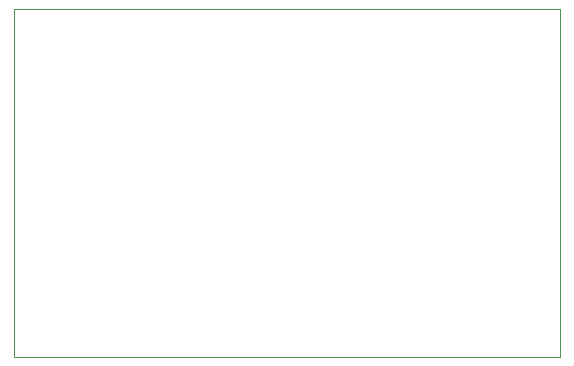
<source format=gbr>
G04 (created by PCBNEW (2013-05-31 BZR 4019)-stable) date 24.10.2013 17:05:54*
%MOIN*%
G04 Gerber Fmt 3.4, Leading zero omitted, Abs format*
%FSLAX34Y34*%
G01*
G70*
G90*
G04 APERTURE LIST*
%ADD10C,0.00590551*%
%ADD11C,0.00393701*%
G04 APERTURE END LIST*
G54D10*
G54D11*
X13800Y-30400D02*
X13800Y-18800D01*
X32000Y-30400D02*
X13800Y-30400D01*
X32000Y-18800D02*
X32000Y-30400D01*
X13800Y-18800D02*
X32000Y-18800D01*
M02*

</source>
